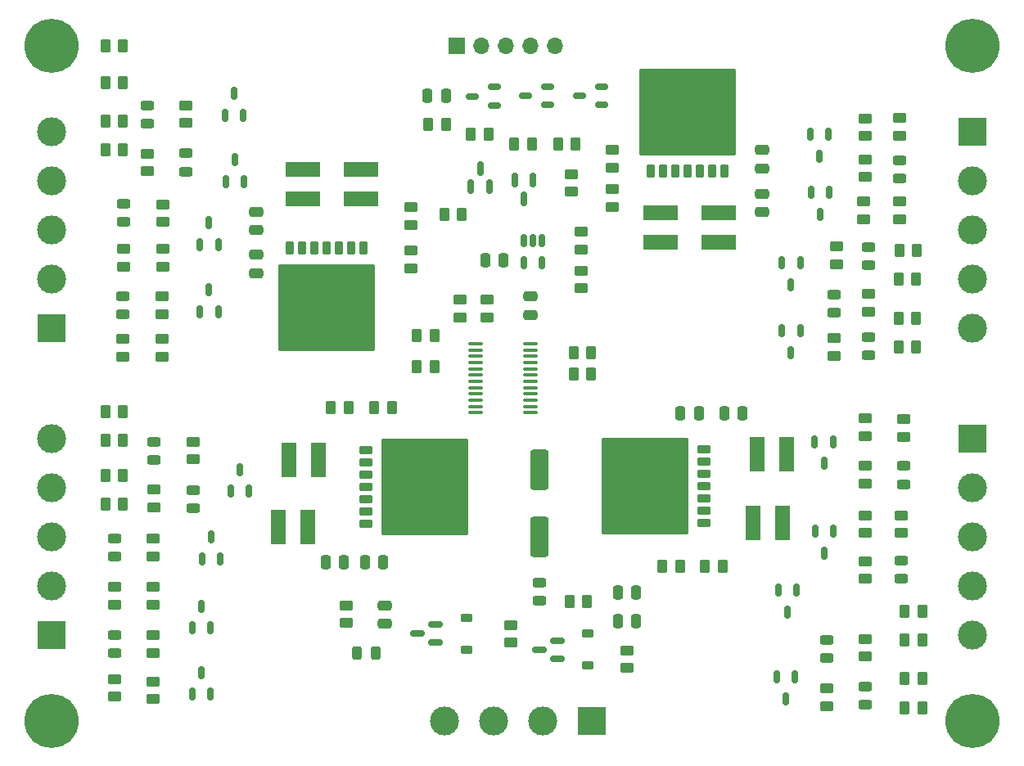
<source format=gbr>
%TF.GenerationSoftware,KiCad,Pcbnew,7.0.5*%
%TF.CreationDate,2023-11-11T15:26:14-08:00*%
%TF.ProjectId,ValveServoI2C,56616c76-6553-4657-9276-6f4932432e6b,rev?*%
%TF.SameCoordinates,Original*%
%TF.FileFunction,Soldermask,Top*%
%TF.FilePolarity,Negative*%
%FSLAX46Y46*%
G04 Gerber Fmt 4.6, Leading zero omitted, Abs format (unit mm)*
G04 Created by KiCad (PCBNEW 7.0.5) date 2023-11-11 15:26:14*
%MOMM*%
%LPD*%
G01*
G04 APERTURE LIST*
G04 Aperture macros list*
%AMRoundRect*
0 Rectangle with rounded corners*
0 $1 Rounding radius*
0 $2 $3 $4 $5 $6 $7 $8 $9 X,Y pos of 4 corners*
0 Add a 4 corners polygon primitive as box body*
4,1,4,$2,$3,$4,$5,$6,$7,$8,$9,$2,$3,0*
0 Add four circle primitives for the rounded corners*
1,1,$1+$1,$2,$3*
1,1,$1+$1,$4,$5*
1,1,$1+$1,$6,$7*
1,1,$1+$1,$8,$9*
0 Add four rect primitives between the rounded corners*
20,1,$1+$1,$2,$3,$4,$5,0*
20,1,$1+$1,$4,$5,$6,$7,0*
20,1,$1+$1,$6,$7,$8,$9,0*
20,1,$1+$1,$8,$9,$2,$3,0*%
G04 Aperture macros list end*
%ADD10RoundRect,0.232500X0.452500X0.232500X-0.452500X0.232500X-0.452500X-0.232500X0.452500X-0.232500X0*%
%ADD11RoundRect,0.250000X4.250000X4.750000X-4.250000X4.750000X-4.250000X-4.750000X4.250000X-4.750000X0*%
%ADD12RoundRect,0.250000X-0.262500X-0.450000X0.262500X-0.450000X0.262500X0.450000X-0.262500X0.450000X0*%
%ADD13RoundRect,0.250000X0.262500X0.450000X-0.262500X0.450000X-0.262500X-0.450000X0.262500X-0.450000X0*%
%ADD14RoundRect,0.250000X0.450000X-0.262500X0.450000X0.262500X-0.450000X0.262500X-0.450000X-0.262500X0*%
%ADD15C,5.600000*%
%ADD16RoundRect,0.150000X0.150000X-0.512500X0.150000X0.512500X-0.150000X0.512500X-0.150000X-0.512500X0*%
%ADD17R,3.600000X1.500000*%
%ADD18RoundRect,0.150000X-0.150000X0.512500X-0.150000X-0.512500X0.150000X-0.512500X0.150000X0.512500X0*%
%ADD19RoundRect,0.250000X-0.450000X0.262500X-0.450000X-0.262500X0.450000X-0.262500X0.450000X0.262500X0*%
%ADD20RoundRect,0.150000X-0.150000X0.587500X-0.150000X-0.587500X0.150000X-0.587500X0.150000X0.587500X0*%
%ADD21RoundRect,0.100000X-0.637500X-0.100000X0.637500X-0.100000X0.637500X0.100000X-0.637500X0.100000X0*%
%ADD22RoundRect,0.243750X0.456250X-0.243750X0.456250X0.243750X-0.456250X0.243750X-0.456250X-0.243750X0*%
%ADD23RoundRect,0.250000X0.250000X0.475000X-0.250000X0.475000X-0.250000X-0.475000X0.250000X-0.475000X0*%
%ADD24RoundRect,0.232500X-0.232500X0.452500X-0.232500X-0.452500X0.232500X-0.452500X0.232500X0.452500X0*%
%ADD25RoundRect,0.250000X-4.750000X4.250000X-4.750000X-4.250000X4.750000X-4.250000X4.750000X4.250000X0*%
%ADD26RoundRect,0.150000X0.150000X-0.587500X0.150000X0.587500X-0.150000X0.587500X-0.150000X-0.587500X0*%
%ADD27RoundRect,0.150000X0.587500X0.150000X-0.587500X0.150000X-0.587500X-0.150000X0.587500X-0.150000X0*%
%ADD28RoundRect,0.250000X0.475000X-0.250000X0.475000X0.250000X-0.475000X0.250000X-0.475000X-0.250000X0*%
%ADD29RoundRect,0.150000X0.512500X0.150000X-0.512500X0.150000X-0.512500X-0.150000X0.512500X-0.150000X0*%
%ADD30RoundRect,0.225000X-0.375000X0.225000X-0.375000X-0.225000X0.375000X-0.225000X0.375000X0.225000X0*%
%ADD31RoundRect,0.243750X-0.456250X0.243750X-0.456250X-0.243750X0.456250X-0.243750X0.456250X0.243750X0*%
%ADD32RoundRect,0.250000X-0.250000X-0.475000X0.250000X-0.475000X0.250000X0.475000X-0.250000X0.475000X0*%
%ADD33RoundRect,0.232500X-0.452500X-0.232500X0.452500X-0.232500X0.452500X0.232500X-0.452500X0.232500X0*%
%ADD34RoundRect,0.250000X-4.250000X-4.750000X4.250000X-4.750000X4.250000X4.750000X-4.250000X4.750000X0*%
%ADD35R,3.000000X3.000000*%
%ADD36C,3.000000*%
%ADD37RoundRect,0.243750X0.243750X0.456250X-0.243750X0.456250X-0.243750X-0.456250X0.243750X-0.456250X0*%
%ADD38RoundRect,0.232500X0.232500X-0.452500X0.232500X0.452500X-0.232500X0.452500X-0.232500X-0.452500X0*%
%ADD39RoundRect,0.250000X4.750000X-4.250000X4.750000X4.250000X-4.750000X4.250000X-4.750000X-4.250000X0*%
%ADD40RoundRect,0.250000X-0.475000X0.250000X-0.475000X-0.250000X0.475000X-0.250000X0.475000X0.250000X0*%
%ADD41RoundRect,0.250000X0.700000X-1.825000X0.700000X1.825000X-0.700000X1.825000X-0.700000X-1.825000X0*%
%ADD42R,1.700000X1.700000*%
%ADD43O,1.700000X1.700000*%
%ADD44R,1.500000X3.600000*%
G04 APERTURE END LIST*
D10*
%TO.C,U4*%
X131000000Y-106540000D03*
X131000000Y-105270000D03*
X131000000Y-104000000D03*
X131000000Y-102730000D03*
D11*
X124875000Y-102730000D03*
D10*
X131000000Y-101460000D03*
X131000000Y-100190000D03*
X131000000Y-98920000D03*
%TD*%
D12*
%TO.C,R16*%
X96912500Y-94610000D03*
X98737500Y-94610000D03*
%TD*%
%TO.C,R41*%
X111387500Y-67350000D03*
X113212500Y-67350000D03*
%TD*%
D13*
%TO.C,R74*%
X70912500Y-95000000D03*
X69087500Y-95000000D03*
%TD*%
D14*
%TO.C,R18*%
X151200000Y-66477500D03*
X151200000Y-64652500D03*
%TD*%
%TO.C,R20*%
X147700000Y-66512500D03*
X147700000Y-64687500D03*
%TD*%
%TO.C,R27*%
X147650000Y-112312500D03*
X147650000Y-110487500D03*
%TD*%
D15*
%TO.C,J2*%
X63500000Y-127000000D03*
%TD*%
D13*
%TO.C,R67*%
X70912500Y-65000000D03*
X69087500Y-65000000D03*
%TD*%
D16*
%TO.C,D34*%
X82050000Y-103275000D03*
X83950000Y-103275000D03*
X83000000Y-101000000D03*
%TD*%
D17*
%TO.C,L1*%
X89500000Y-73025000D03*
X89500000Y-69975000D03*
%TD*%
D18*
%TO.C,D12*%
X144350000Y-98125000D03*
X142450000Y-98125000D03*
X143400000Y-100400000D03*
%TD*%
D19*
%TO.C,R34*%
X70000000Y-122675000D03*
X70000000Y-124500000D03*
%TD*%
D20*
%TO.C,Q1*%
X113300000Y-71100000D03*
X111400000Y-71100000D03*
X112350000Y-72975000D03*
%TD*%
D18*
%TO.C,D8*%
X143950000Y-72375000D03*
X142050000Y-72375000D03*
X143000000Y-74650000D03*
%TD*%
D14*
%TO.C,R8*%
X121500000Y-69775000D03*
X121500000Y-67950000D03*
%TD*%
D21*
%TO.C,U1*%
X107335000Y-88000000D03*
X107335000Y-88650000D03*
X107335000Y-89300000D03*
X107335000Y-89950000D03*
X107335000Y-90600000D03*
X107335000Y-91250000D03*
X107335000Y-91900000D03*
X107335000Y-92550000D03*
X107335000Y-93200000D03*
X107335000Y-93850000D03*
X107335000Y-94500000D03*
X107335000Y-95150000D03*
X113060000Y-95150000D03*
X113060000Y-94500000D03*
X113060000Y-93850000D03*
X113060000Y-93200000D03*
X113060000Y-92550000D03*
X113060000Y-91900000D03*
X113060000Y-91250000D03*
X113060000Y-90600000D03*
X113060000Y-89950000D03*
X113060000Y-89300000D03*
X113060000Y-88650000D03*
X113060000Y-88000000D03*
%TD*%
D12*
%TO.C,R60*%
X151125000Y-85350000D03*
X152950000Y-85350000D03*
%TD*%
D22*
%TO.C,D27*%
X77405000Y-70187500D03*
X77405000Y-68312500D03*
%TD*%
D23*
%TO.C,C9*%
X93775000Y-110610000D03*
X91875000Y-110610000D03*
%TD*%
D14*
%TO.C,R29*%
X147650000Y-102450000D03*
X147650000Y-100625000D03*
%TD*%
D24*
%TO.C,U2*%
X95810000Y-78125000D03*
X94540000Y-78125000D03*
X93270000Y-78125000D03*
X92000000Y-78125000D03*
D25*
X92000000Y-84250000D03*
D24*
X90730000Y-78125000D03*
X89460000Y-78125000D03*
X88190000Y-78125000D03*
%TD*%
D19*
%TO.C,R9*%
X71000000Y-78175000D03*
X71000000Y-80000000D03*
%TD*%
D26*
%TO.C,Q2*%
X106900000Y-71725000D03*
X108800000Y-71725000D03*
X107850000Y-69850000D03*
%TD*%
D23*
%TO.C,C19*%
X110250000Y-79350000D03*
X108350000Y-79350000D03*
%TD*%
D14*
%TO.C,R45*%
X111000000Y-118912500D03*
X111000000Y-117087500D03*
%TD*%
D13*
%TO.C,R6*%
X103100000Y-90350000D03*
X101275000Y-90350000D03*
%TD*%
D27*
%TO.C,Q4*%
X115875000Y-120600000D03*
X115875000Y-118700000D03*
X114000000Y-119650000D03*
%TD*%
D19*
%TO.C,R12*%
X75000000Y-78175000D03*
X75000000Y-80000000D03*
%TD*%
D28*
%TO.C,C3*%
X137000000Y-69850000D03*
X137000000Y-67950000D03*
%TD*%
D27*
%TO.C,Q3*%
X103200000Y-118900000D03*
X103200000Y-117000000D03*
X101325000Y-117950000D03*
%TD*%
D15*
%TO.C,J1*%
X63500000Y-57150000D03*
%TD*%
D18*
%TO.C,U6*%
X114250000Y-77350000D03*
X113300000Y-77350000D03*
X112350000Y-77350000D03*
X112350000Y-79625000D03*
X114250000Y-79625000D03*
%TD*%
D19*
%TO.C,R38*%
X74000000Y-122925000D03*
X74000000Y-124750000D03*
%TD*%
D29*
%TO.C,D18*%
X109300000Y-63350000D03*
X109300000Y-61450000D03*
X107025000Y-62400000D03*
%TD*%
D14*
%TO.C,R53*%
X77405000Y-65162500D03*
X77405000Y-63337500D03*
%TD*%
%TO.C,R57*%
X118300000Y-78262500D03*
X118300000Y-76437500D03*
%TD*%
D23*
%TO.C,C18*%
X124000000Y-116737500D03*
X122100000Y-116737500D03*
%TD*%
D13*
%TO.C,R40*%
X105962500Y-74600000D03*
X104137500Y-74600000D03*
%TD*%
%TO.C,R43*%
X117712500Y-67350000D03*
X115887500Y-67350000D03*
%TD*%
D19*
%TO.C,R33*%
X70000000Y-113150000D03*
X70000000Y-114975000D03*
%TD*%
D14*
%TO.C,R56*%
X78125000Y-99975000D03*
X78125000Y-98150000D03*
%TD*%
%TO.C,R25*%
X151400000Y-107562500D03*
X151400000Y-105737500D03*
%TD*%
D28*
%TO.C,C7*%
X137000000Y-74400000D03*
X137000000Y-72500000D03*
%TD*%
D30*
%TO.C,D20*%
X119000000Y-118000000D03*
X119000000Y-121300000D03*
%TD*%
D12*
%TO.C,R65*%
X151737500Y-115700000D03*
X153562500Y-115700000D03*
%TD*%
D31*
%TO.C,D2*%
X70905000Y-83062500D03*
X70905000Y-84937500D03*
%TD*%
D17*
%TO.C,L6*%
X126500000Y-74425000D03*
X126500000Y-77475000D03*
%TD*%
D14*
%TO.C,R46*%
X123000000Y-121562500D03*
X123000000Y-119737500D03*
%TD*%
D15*
%TO.C,J4*%
X158750000Y-57150000D03*
%TD*%
D19*
%TO.C,R14*%
X74905000Y-87512500D03*
X74905000Y-89337500D03*
%TD*%
D23*
%TO.C,C14*%
X104300000Y-62350000D03*
X102400000Y-62350000D03*
%TD*%
D19*
%TO.C,R49*%
X73405000Y-68337500D03*
X73405000Y-70162500D03*
%TD*%
D18*
%TO.C,D33*%
X140400000Y-122450000D03*
X138500000Y-122450000D03*
X139450000Y-124725000D03*
%TD*%
D12*
%TO.C,R32*%
X92412500Y-94610000D03*
X94237500Y-94610000D03*
%TD*%
D32*
%TO.C,C5*%
X95925000Y-110610000D03*
X97825000Y-110610000D03*
%TD*%
D14*
%TO.C,R17*%
X147500000Y-75112500D03*
X147500000Y-73287500D03*
%TD*%
D31*
%TO.C,D28*%
X144490000Y-82912500D03*
X144490000Y-84787500D03*
%TD*%
%TO.C,D14*%
X70000000Y-118125000D03*
X70000000Y-120000000D03*
%TD*%
D33*
%TO.C,U5*%
X96000000Y-99000000D03*
X96000000Y-100270000D03*
X96000000Y-101540000D03*
X96000000Y-102810000D03*
D34*
X102125000Y-102810000D03*
D33*
X96000000Y-104080000D03*
X96000000Y-105350000D03*
X96000000Y-106620000D03*
%TD*%
D12*
%TO.C,R72*%
X151125000Y-88350000D03*
X152950000Y-88350000D03*
%TD*%
%TO.C,R2*%
X117500000Y-91150000D03*
X119325000Y-91150000D03*
%TD*%
D13*
%TO.C,R31*%
X132912500Y-111000000D03*
X131087500Y-111000000D03*
%TD*%
D16*
%TO.C,D15*%
X78050000Y-117412500D03*
X79950000Y-117412500D03*
X79000000Y-115137500D03*
%TD*%
D35*
%TO.C,J7*%
X158750000Y-97790000D03*
D36*
X158750000Y-102870000D03*
X158750000Y-107950000D03*
X158750000Y-113030000D03*
X158750000Y-118110000D03*
%TD*%
D37*
%TO.C,D21*%
X97000000Y-120000000D03*
X95125000Y-120000000D03*
%TD*%
D31*
%TO.C,D23*%
X73405000Y-63375000D03*
X73405000Y-65250000D03*
%TD*%
D19*
%TO.C,R11*%
X75000000Y-73575000D03*
X75000000Y-75400000D03*
%TD*%
D12*
%TO.C,R48*%
X117087500Y-114650000D03*
X118912500Y-114650000D03*
%TD*%
D38*
%TO.C,U3*%
X125490000Y-70175000D03*
X126760000Y-70175000D03*
X128030000Y-70175000D03*
X129300000Y-70175000D03*
D39*
X129300000Y-64050000D03*
D38*
X130570000Y-70175000D03*
X131840000Y-70175000D03*
X133110000Y-70175000D03*
%TD*%
D14*
%TO.C,R26*%
X151650000Y-97650000D03*
X151650000Y-95825000D03*
%TD*%
D16*
%TO.C,D16*%
X78050000Y-124275000D03*
X79950000Y-124275000D03*
X79000000Y-122000000D03*
%TD*%
D23*
%TO.C,C8*%
X134970000Y-95180000D03*
X133070000Y-95180000D03*
%TD*%
D14*
%TO.C,R30*%
X147650000Y-97562500D03*
X147650000Y-95737500D03*
%TD*%
D35*
%TO.C,J10*%
X119380000Y-127000000D03*
D36*
X114300000Y-127000000D03*
X109220000Y-127000000D03*
X104140000Y-127000000D03*
%TD*%
D13*
%TO.C,R15*%
X128500000Y-111000000D03*
X126675000Y-111000000D03*
%TD*%
D40*
%TO.C,C2*%
X84670000Y-78800000D03*
X84670000Y-80700000D03*
%TD*%
D35*
%TO.C,J5*%
X63500000Y-86360000D03*
D36*
X63500000Y-81280000D03*
X63500000Y-76200000D03*
X63500000Y-71120000D03*
X63500000Y-66040000D03*
%TD*%
D15*
%TO.C,J3*%
X158750000Y-127000000D03*
%TD*%
D16*
%TO.C,D4*%
X78860000Y-84725000D03*
X80760000Y-84725000D03*
X79810000Y-82450000D03*
%TD*%
D35*
%TO.C,J8*%
X63500000Y-118110000D03*
D36*
X63500000Y-113030000D03*
X63500000Y-107950000D03*
X63500000Y-102870000D03*
X63500000Y-97790000D03*
%TD*%
D19*
%TO.C,R52*%
X74125000Y-103087500D03*
X74125000Y-104912500D03*
%TD*%
%TO.C,R37*%
X74000000Y-118175000D03*
X74000000Y-120000000D03*
%TD*%
D14*
%TO.C,R58*%
X118300000Y-82262500D03*
X118300000Y-80437500D03*
%TD*%
D13*
%TO.C,R44*%
X104300000Y-65350000D03*
X102475000Y-65350000D03*
%TD*%
D16*
%TO.C,D31*%
X81455000Y-64387500D03*
X83355000Y-64387500D03*
X82405000Y-62112500D03*
%TD*%
D19*
%TO.C,R21*%
X144740000Y-77937500D03*
X144740000Y-79762500D03*
%TD*%
D22*
%TO.C,D6*%
X151200000Y-70902500D03*
X151200000Y-69027500D03*
%TD*%
D29*
%TO.C,D17*%
X114800000Y-63300000D03*
X114800000Y-61400000D03*
X112525000Y-62350000D03*
%TD*%
D17*
%TO.C,L2*%
X132500000Y-74425000D03*
X132500000Y-77475000D03*
%TD*%
D14*
%TO.C,R7*%
X100670000Y-75712500D03*
X100670000Y-73887500D03*
%TD*%
D12*
%TO.C,R61*%
X151737500Y-122650000D03*
X153562500Y-122650000D03*
%TD*%
%TO.C,R73*%
X151737500Y-125650000D03*
X153562500Y-125650000D03*
%TD*%
D22*
%TO.C,D10*%
X151650000Y-102525000D03*
X151650000Y-100650000D03*
%TD*%
%TO.C,D5*%
X147990000Y-79850000D03*
X147990000Y-77975000D03*
%TD*%
D19*
%TO.C,R36*%
X74000000Y-113175000D03*
X74000000Y-115000000D03*
%TD*%
D13*
%TO.C,R59*%
X70912500Y-61000000D03*
X69087500Y-61000000D03*
%TD*%
D19*
%TO.C,R35*%
X74000000Y-108175000D03*
X74000000Y-110000000D03*
%TD*%
D12*
%TO.C,R5*%
X101275000Y-87150000D03*
X103100000Y-87150000D03*
%TD*%
D14*
%TO.C,R50*%
X147990000Y-84700000D03*
X147990000Y-82875000D03*
%TD*%
D22*
%TO.C,D9*%
X151400000Y-112337500D03*
X151400000Y-110462500D03*
%TD*%
D16*
%TO.C,D38*%
X79050000Y-110275000D03*
X80950000Y-110275000D03*
X80000000Y-108000000D03*
%TD*%
D23*
%TO.C,C4*%
X130470000Y-95180000D03*
X128570000Y-95180000D03*
%TD*%
D14*
%TO.C,R51*%
X147700000Y-120350000D03*
X147700000Y-118525000D03*
%TD*%
D19*
%TO.C,R10*%
X70905000Y-87512500D03*
X70905000Y-89337500D03*
%TD*%
D41*
%TO.C,C15*%
X114000000Y-107950000D03*
X114000000Y-101000000D03*
%TD*%
D16*
%TO.C,D35*%
X81505000Y-71250000D03*
X83405000Y-71250000D03*
X82455000Y-68975000D03*
%TD*%
D14*
%TO.C,R22*%
X151200000Y-75112500D03*
X151200000Y-73287500D03*
%TD*%
D29*
%TO.C,D39*%
X120437500Y-63300000D03*
X120437500Y-61400000D03*
X118162500Y-62350000D03*
%TD*%
D18*
%TO.C,D7*%
X143900000Y-66325000D03*
X142000000Y-66325000D03*
X142950000Y-68600000D03*
%TD*%
D31*
%TO.C,D26*%
X74125000Y-98125000D03*
X74125000Y-100000000D03*
%TD*%
D18*
%TO.C,D11*%
X144400000Y-107400000D03*
X142500000Y-107400000D03*
X143450000Y-109675000D03*
%TD*%
D31*
%TO.C,D22*%
X114000000Y-112712500D03*
X114000000Y-114587500D03*
%TD*%
D40*
%TO.C,C17*%
X98000000Y-115050000D03*
X98000000Y-116950000D03*
%TD*%
D12*
%TO.C,R69*%
X151737500Y-118650000D03*
X153562500Y-118650000D03*
%TD*%
D19*
%TO.C,R55*%
X143700000Y-123650000D03*
X143700000Y-125475000D03*
%TD*%
D14*
%TO.C,R23*%
X100670000Y-80212500D03*
X100670000Y-78387500D03*
%TD*%
D19*
%TO.C,R54*%
X144490000Y-87437500D03*
X144490000Y-89262500D03*
%TD*%
D22*
%TO.C,D25*%
X147700000Y-125375000D03*
X147700000Y-123500000D03*
%TD*%
D35*
%TO.C,J6*%
X158750000Y-66040000D03*
D36*
X158750000Y-71120000D03*
X158750000Y-76200000D03*
X158750000Y-81280000D03*
X158750000Y-86360000D03*
%TD*%
D13*
%TO.C,R42*%
X108712500Y-66350000D03*
X106887500Y-66350000D03*
%TD*%
D30*
%TO.C,D19*%
X106400000Y-116350000D03*
X106400000Y-119650000D03*
%TD*%
D16*
%TO.C,D3*%
X78860000Y-77725000D03*
X80760000Y-77725000D03*
X79810000Y-75450000D03*
%TD*%
D31*
%TO.C,D29*%
X143700000Y-118625000D03*
X143700000Y-120500000D03*
%TD*%
D42*
%TO.C,J9*%
X105410000Y-57150000D03*
D43*
X107950000Y-57150000D03*
X110490000Y-57150000D03*
X113030000Y-57150000D03*
X115570000Y-57150000D03*
%TD*%
D13*
%TO.C,R1*%
X119325000Y-88900000D03*
X117500000Y-88900000D03*
%TD*%
D28*
%TO.C,C1*%
X113000000Y-85000000D03*
X113000000Y-83100000D03*
%TD*%
D44*
%TO.C,L4*%
X90025000Y-107000000D03*
X86975000Y-107000000D03*
%TD*%
D14*
%TO.C,R19*%
X147700000Y-70765000D03*
X147700000Y-68940000D03*
%TD*%
D12*
%TO.C,R64*%
X151212500Y-78350000D03*
X153037500Y-78350000D03*
%TD*%
D19*
%TO.C,R3*%
X105800000Y-83437500D03*
X105800000Y-85262500D03*
%TD*%
D18*
%TO.C,D36*%
X140940000Y-79650000D03*
X139040000Y-79650000D03*
X139990000Y-81925000D03*
%TD*%
D14*
%TO.C,R24*%
X121500000Y-73862500D03*
X121500000Y-72037500D03*
%TD*%
D31*
%TO.C,D13*%
X70000000Y-108150000D03*
X70000000Y-110025000D03*
%TD*%
D13*
%TO.C,R71*%
X70912500Y-57150000D03*
X69087500Y-57150000D03*
%TD*%
D12*
%TO.C,R68*%
X151125000Y-81350000D03*
X152950000Y-81350000D03*
%TD*%
D18*
%TO.C,D37*%
X140600000Y-113512500D03*
X138700000Y-113512500D03*
X139650000Y-115787500D03*
%TD*%
D13*
%TO.C,R63*%
X70912500Y-67950000D03*
X69087500Y-67950000D03*
%TD*%
%TO.C,R70*%
X70912500Y-101612500D03*
X69087500Y-101612500D03*
%TD*%
D22*
%TO.C,D24*%
X147990000Y-89225000D03*
X147990000Y-87350000D03*
%TD*%
D17*
%TO.C,L5*%
X95500000Y-73025000D03*
X95500000Y-69975000D03*
%TD*%
D22*
%TO.C,D30*%
X78125000Y-105000000D03*
X78125000Y-103125000D03*
%TD*%
D14*
%TO.C,R39*%
X117300000Y-72262500D03*
X117300000Y-70437500D03*
%TD*%
D13*
%TO.C,R66*%
X70912500Y-104562500D03*
X69087500Y-104562500D03*
%TD*%
D14*
%TO.C,R47*%
X94000000Y-116912500D03*
X94000000Y-115087500D03*
%TD*%
%TO.C,R28*%
X147650000Y-107562500D03*
X147650000Y-105737500D03*
%TD*%
%TO.C,R4*%
X108550000Y-85262500D03*
X108550000Y-83437500D03*
%TD*%
D18*
%TO.C,D32*%
X140940000Y-86650000D03*
X139040000Y-86650000D03*
X139990000Y-88925000D03*
%TD*%
D23*
%TO.C,C16*%
X124000000Y-113737500D03*
X122100000Y-113737500D03*
%TD*%
D44*
%TO.C,L8*%
X91125000Y-100000000D03*
X88075000Y-100000000D03*
%TD*%
D28*
%TO.C,C6*%
X84670000Y-76250000D03*
X84670000Y-74350000D03*
%TD*%
D13*
%TO.C,R62*%
X70912500Y-98000000D03*
X69087500Y-98000000D03*
%TD*%
D31*
%TO.C,D1*%
X71000000Y-73550000D03*
X71000000Y-75425000D03*
%TD*%
D19*
%TO.C,R13*%
X74905000Y-83087500D03*
X74905000Y-84912500D03*
%TD*%
D44*
%TO.C,L3*%
X136475000Y-99400000D03*
X139525000Y-99400000D03*
%TD*%
%TO.C,L7*%
X136075000Y-106500000D03*
X139125000Y-106500000D03*
%TD*%
M02*

</source>
